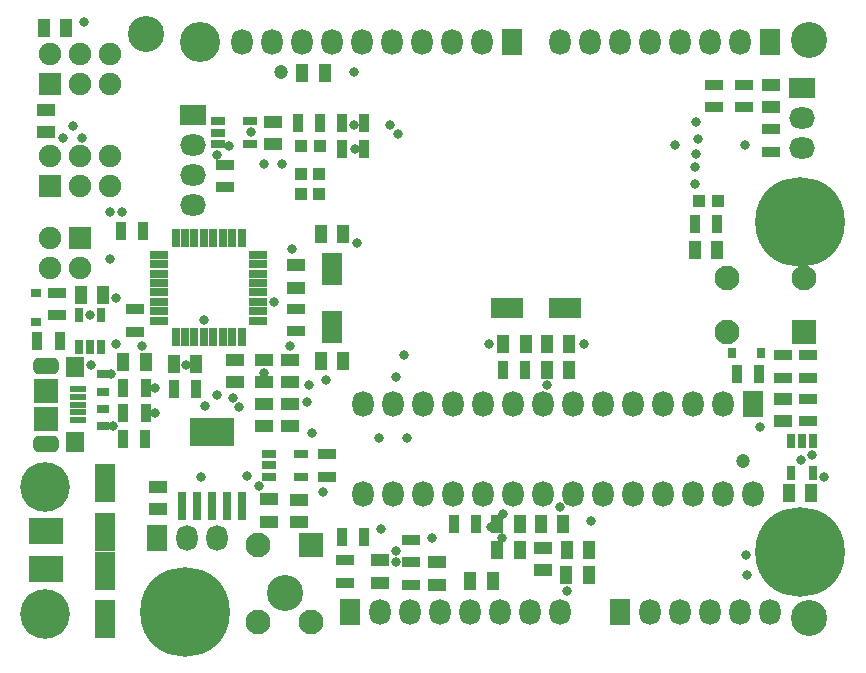
<source format=gts>
G04*
G04 #@! TF.GenerationSoftware,Altium Limited,Altium Designer,20.1.7 (139)*
G04*
G04 Layer_Color=8388736*
%FSLAX44Y44*%
%MOMM*%
G71*
G04*
G04 #@! TF.SameCoordinates,5176B2A9-6DC6-4D15-A643-430D7AC4E40B*
G04*
G04*
G04 #@! TF.FilePolarity,Negative*
G04*
G01*
G75*
%ADD38R,3.7000X2.4000*%
%ADD39R,0.8000X2.4000*%
%ADD40R,2.7000X1.8000*%
%ADD41R,1.8000X2.7000*%
%ADD42R,1.2000X0.7500*%
%ADD43R,0.7500X1.2000*%
%ADD44R,1.8000X3.2000*%
%ADD45C,3.0480*%
%ADD46R,2.9000X2.2000*%
%ADD47R,1.0000X1.0000*%
%ADD48R,1.4500X0.5000*%
%ADD49R,1.6000X1.8000*%
%ADD50R,2.1000X2.1000*%
%ADD51R,0.6700X1.6200*%
%ADD52R,1.6200X0.6700*%
%ADD53R,0.8858X0.7588*%
%ADD54R,0.7588X0.8858*%
%ADD55R,1.5000X0.9000*%
%ADD56R,0.9000X1.5000*%
%ADD57R,1.1000X0.8000*%
%ADD58R,1.5000X1.1000*%
%ADD59R,1.1000X1.5000*%
%ADD60R,1.8000X2.2000*%
%ADD61O,1.8000X2.2000*%
%ADD62C,3.4000*%
%ADD63C,4.2000*%
%ADD64O,2.2000X1.8000*%
%ADD65R,2.2000X1.8000*%
%ADD66C,7.6000*%
%ADD67C,1.9000*%
%ADD68R,1.9000X1.9000*%
%ADD69C,2.1000*%
%ADD70R,2.1000X2.1000*%
G04:AMPARAMS|DCode=71|XSize=2.2mm|YSize=1.4mm|CornerRadius=0.46mm|HoleSize=0mm|Usage=FLASHONLY|Rotation=0.000|XOffset=0mm|YOffset=0mm|HoleType=Round|Shape=RoundedRectangle|*
%AMROUNDEDRECTD71*
21,1,2.2000,0.4800,0,0,0.0*
21,1,1.2800,1.4000,0,0,0.0*
1,1,0.9200,0.6400,-0.2400*
1,1,0.9200,-0.6400,-0.2400*
1,1,0.9200,-0.6400,0.2400*
1,1,0.9200,0.6400,0.2400*
%
%ADD71ROUNDEDRECTD71*%
%ADD72C,0.8000*%
%ADD73C,1.2000*%
D38*
X162306Y177558D02*
D03*
D39*
X187706Y115558D02*
D03*
X175006D02*
D03*
X162306D02*
D03*
X149606D02*
D03*
X136906D02*
D03*
D40*
X412380Y282956D02*
D03*
X461380D02*
D03*
D41*
X264160Y316092D02*
D03*
Y267092D02*
D03*
D42*
X167856Y440792D02*
D03*
Y431292D02*
D03*
Y421792D02*
D03*
X194856Y440792D02*
D03*
Y421792D02*
D03*
X211036Y159106D02*
D03*
Y149606D02*
D03*
Y140106D02*
D03*
X238036Y159106D02*
D03*
Y140106D02*
D03*
D43*
X49784Y249606D02*
D03*
X59284D02*
D03*
X68784D02*
D03*
X49784Y276606D02*
D03*
X68784D02*
D03*
X671170Y169964D02*
D03*
X661670D02*
D03*
X652170D02*
D03*
X671170Y142964D02*
D03*
X652170D02*
D03*
D44*
X71628Y134620D02*
D03*
Y93620D02*
D03*
Y60198D02*
D03*
Y19198D02*
D03*
D45*
X106172Y514858D02*
D03*
X667766Y510032D02*
D03*
Y20066D02*
D03*
X224282Y41402D02*
D03*
D46*
X22098Y93978D02*
D03*
Y61978D02*
D03*
D47*
X574930Y373126D02*
D03*
X590930D02*
D03*
X237872Y420370D02*
D03*
X253872D02*
D03*
X237364Y395986D02*
D03*
X253364D02*
D03*
X237364Y379476D02*
D03*
X253364D02*
D03*
D48*
X48745Y214000D02*
D03*
Y207500D02*
D03*
Y201000D02*
D03*
Y194500D02*
D03*
Y188000D02*
D03*
D49*
X46495Y233000D02*
D03*
Y169000D02*
D03*
D50*
X21995Y213000D02*
D03*
Y189000D02*
D03*
X246300Y81900D02*
D03*
D51*
X187500Y258000D02*
D03*
X179500D02*
D03*
X171500D02*
D03*
X163500D02*
D03*
X155500D02*
D03*
X147500D02*
D03*
X139500D02*
D03*
X131500D02*
D03*
Y342000D02*
D03*
X139500D02*
D03*
X147500D02*
D03*
X155500D02*
D03*
X163500D02*
D03*
X171500D02*
D03*
X179500D02*
D03*
X187500D02*
D03*
D52*
X117500Y272000D02*
D03*
Y280000D02*
D03*
Y288000D02*
D03*
Y296000D02*
D03*
Y304000D02*
D03*
Y312000D02*
D03*
Y320000D02*
D03*
Y328000D02*
D03*
X201500D02*
D03*
Y320000D02*
D03*
Y312000D02*
D03*
Y304000D02*
D03*
Y296000D02*
D03*
Y288000D02*
D03*
Y280000D02*
D03*
Y272000D02*
D03*
D53*
X13208Y271272D02*
D03*
Y295656D02*
D03*
D54*
X627126Y244348D02*
D03*
X602742D02*
D03*
D55*
X172974Y403962D02*
D03*
Y384962D02*
D03*
X96774Y262788D02*
D03*
Y281788D02*
D03*
X233426Y282194D02*
D03*
Y263194D02*
D03*
X612902Y471932D02*
D03*
Y452932D02*
D03*
X587248Y471932D02*
D03*
Y452932D02*
D03*
X636000Y434000D02*
D03*
Y415000D02*
D03*
X667244Y205920D02*
D03*
Y186920D02*
D03*
X31496Y295758D02*
D03*
Y276758D02*
D03*
X667244Y223852D02*
D03*
Y242852D02*
D03*
X274574Y50190D02*
D03*
Y69190D02*
D03*
X260096Y159106D02*
D03*
Y140106D02*
D03*
X645400Y223852D02*
D03*
Y242852D02*
D03*
X330708Y67716D02*
D03*
Y86716D02*
D03*
Y48666D02*
D03*
Y67666D02*
D03*
D56*
X272440Y439420D02*
D03*
X291440D02*
D03*
X272440Y417576D02*
D03*
X291440D02*
D03*
X84988Y348234D02*
D03*
X103988D02*
D03*
X106122Y215392D02*
D03*
X87122D02*
D03*
X106122Y193802D02*
D03*
X87122D02*
D03*
X87020Y172212D02*
D03*
X106020D02*
D03*
X367080Y99568D02*
D03*
X386080D02*
D03*
X625450Y227330D02*
D03*
X606450D02*
D03*
X254102Y439674D02*
D03*
X235102D02*
D03*
X408736Y230632D02*
D03*
X427736D02*
D03*
X590144Y353822D02*
D03*
X571144D02*
D03*
X33528Y255016D02*
D03*
X14528D02*
D03*
X272440Y89154D02*
D03*
X291440D02*
D03*
X148946Y213868D02*
D03*
X129946D02*
D03*
D57*
X69850Y226702D02*
D03*
Y211702D02*
D03*
Y182612D02*
D03*
Y197612D02*
D03*
D58*
X228092Y219862D02*
D03*
Y238862D02*
D03*
X206000Y220000D02*
D03*
Y239000D02*
D03*
X233426Y300024D02*
D03*
Y319024D02*
D03*
X182000Y220000D02*
D03*
Y239000D02*
D03*
X21844Y450698D02*
D03*
Y431698D02*
D03*
X636000Y453000D02*
D03*
Y472000D02*
D03*
X116300Y131700D02*
D03*
Y112700D02*
D03*
X210820Y101752D02*
D03*
Y120752D02*
D03*
X304800Y50342D02*
D03*
Y69342D02*
D03*
X352552Y67564D02*
D03*
Y48564D02*
D03*
X213614Y440538D02*
D03*
Y421538D02*
D03*
X228092Y201778D02*
D03*
Y182778D02*
D03*
X645400Y205920D02*
D03*
Y186920D02*
D03*
X235712Y120498D02*
D03*
Y101498D02*
D03*
X206248Y182676D02*
D03*
Y201676D02*
D03*
X442722Y60756D02*
D03*
Y79756D02*
D03*
D59*
X129946Y235458D02*
D03*
X148946D02*
D03*
X254406Y345186D02*
D03*
X273406D02*
D03*
Y238252D02*
D03*
X254406D02*
D03*
X400152Y51308D02*
D03*
X381152D02*
D03*
X19964Y520192D02*
D03*
X38964D02*
D03*
X445770Y230632D02*
D03*
X464770D02*
D03*
X481534Y77978D02*
D03*
X462534D02*
D03*
X257658Y481584D02*
D03*
X238658D02*
D03*
X422910Y77978D02*
D03*
X403910D02*
D03*
X404012Y99568D02*
D03*
X423012D02*
D03*
X440842D02*
D03*
X459842D02*
D03*
X464770Y252222D02*
D03*
X445770D02*
D03*
X408838D02*
D03*
X427838D02*
D03*
X650900Y125984D02*
D03*
X669900D02*
D03*
X51206Y293878D02*
D03*
X70206D02*
D03*
X106122Y236982D02*
D03*
X87122D02*
D03*
X570890Y331978D02*
D03*
X589890D02*
D03*
X481432Y56388D02*
D03*
X462432D02*
D03*
D60*
X416560Y508000D02*
D03*
X279400Y25400D02*
D03*
X635000Y508000D02*
D03*
X508000Y25400D02*
D03*
X116200Y88000D02*
D03*
X620650Y201930D02*
D03*
D61*
X187960Y508000D02*
D03*
X213360D02*
D03*
X238760D02*
D03*
X264160D02*
D03*
X289560D02*
D03*
X314960D02*
D03*
X340360D02*
D03*
X365760D02*
D03*
X391160D02*
D03*
X431800Y25400D02*
D03*
X330200D02*
D03*
X381000D02*
D03*
X406400D02*
D03*
X355600D02*
D03*
X304800D02*
D03*
X457200D02*
D03*
X482600Y508000D02*
D03*
X584200D02*
D03*
X533400D02*
D03*
X508000D02*
D03*
X558800D02*
D03*
X609600D02*
D03*
X457200D02*
D03*
X533400Y25400D02*
D03*
X584200D02*
D03*
X635000D02*
D03*
X609600D02*
D03*
X558800D02*
D03*
X167000Y88000D02*
D03*
X141600D02*
D03*
X595250Y201930D02*
D03*
X569850D02*
D03*
X544450D02*
D03*
X519050D02*
D03*
X493650D02*
D03*
X468250D02*
D03*
X442850D02*
D03*
X417450D02*
D03*
X392050D02*
D03*
X366650D02*
D03*
X341250D02*
D03*
X315850D02*
D03*
X290450D02*
D03*
X620650Y125730D02*
D03*
X595250D02*
D03*
X569850D02*
D03*
X544450D02*
D03*
X519050D02*
D03*
X493650D02*
D03*
X468250D02*
D03*
X442850D02*
D03*
X417450D02*
D03*
X392050D02*
D03*
X366650D02*
D03*
X341250D02*
D03*
X315850D02*
D03*
X290450D02*
D03*
D62*
X152400Y508000D02*
D03*
D63*
X21336Y23876D02*
D03*
Y131572D02*
D03*
D64*
X146000Y395200D02*
D03*
Y369800D02*
D03*
Y420600D02*
D03*
X662000Y418200D02*
D03*
Y443600D02*
D03*
D65*
X146000Y446000D02*
D03*
X662000Y469000D02*
D03*
D66*
X139700Y25400D02*
D03*
X660400Y76200D02*
D03*
Y355600D02*
D03*
D67*
X76200Y497840D02*
D03*
X50800D02*
D03*
X25400D02*
D03*
X76200Y472440D02*
D03*
X50800D02*
D03*
X76200Y411480D02*
D03*
X50800D02*
D03*
X25400D02*
D03*
X76200Y386080D02*
D03*
X50800D02*
D03*
X25400Y342000D02*
D03*
X50800Y316600D02*
D03*
X25400D02*
D03*
D68*
Y472440D02*
D03*
Y386080D02*
D03*
X50800Y342000D02*
D03*
D69*
X598424Y262848D02*
D03*
Y307848D02*
D03*
X663424D02*
D03*
X246300Y16900D02*
D03*
X201300D02*
D03*
Y81900D02*
D03*
D70*
X663424Y262848D02*
D03*
D71*
X21995Y234000D02*
D03*
Y168000D02*
D03*
D72*
X155448Y272288D02*
D03*
X103378Y250937D02*
D03*
X572000Y440000D02*
D03*
X573500Y426000D02*
D03*
X283000Y438000D02*
D03*
X283210Y417576D02*
D03*
X477000Y252000D02*
D03*
X397000D02*
D03*
X318500Y224500D02*
D03*
X325000Y243000D02*
D03*
X305500Y96000D02*
D03*
X285500Y337500D02*
D03*
X258654Y221500D02*
D03*
X282500Y483000D02*
D03*
X247000Y177000D02*
D03*
X626000Y182000D02*
D03*
X320000Y430000D02*
D03*
X614000Y420500D02*
D03*
X572500Y413000D02*
D03*
X571000Y387500D02*
D03*
X614500Y73750D02*
D03*
X615000Y56750D02*
D03*
X399000Y97750D02*
D03*
X407750Y88500D02*
D03*
X318000Y68000D02*
D03*
X45000Y437000D02*
D03*
X52000Y427000D02*
D03*
X36000D02*
D03*
X206000Y405000D02*
D03*
X185000Y199000D02*
D03*
X313000Y438000D02*
D03*
X554000Y421000D02*
D03*
X446000Y218000D02*
D03*
X222000Y405000D02*
D03*
X195000Y432000D02*
D03*
X86000Y364000D02*
D03*
X76000Y324000D02*
D03*
Y364000D02*
D03*
X59000Y277000D02*
D03*
X571500Y402000D02*
D03*
X243000Y203000D02*
D03*
X349000Y88000D02*
D03*
X408750Y108750D02*
D03*
X456750Y114750D02*
D03*
X483250Y102250D02*
D03*
X54000Y525000D02*
D03*
X177000Y420000D02*
D03*
X167000Y412000D02*
D03*
X202000Y132000D02*
D03*
X256000Y127000D02*
D03*
X59690Y234442D02*
D03*
X77237Y226702D02*
D03*
X192024Y140716D02*
D03*
X318000Y77000D02*
D03*
X680214Y139954D02*
D03*
X661130Y154061D02*
D03*
X462534Y43180D02*
D03*
X81280Y291084D02*
D03*
X80772Y252476D02*
D03*
X230361Y332977D02*
D03*
X140716Y234950D02*
D03*
X205994Y227584D02*
D03*
X179832Y206502D02*
D03*
X228346Y250952D02*
D03*
X214630Y288036D02*
D03*
X153162Y139700D02*
D03*
X78232Y182626D02*
D03*
X244602Y217424D02*
D03*
X156700Y200000D02*
D03*
X166240Y208836D02*
D03*
X114118Y193783D02*
D03*
X114074Y215411D02*
D03*
X670560Y158750D02*
D03*
X327660Y172974D02*
D03*
X303530D02*
D03*
D73*
X220500Y482500D02*
D03*
X612000Y153000D02*
D03*
M02*

</source>
